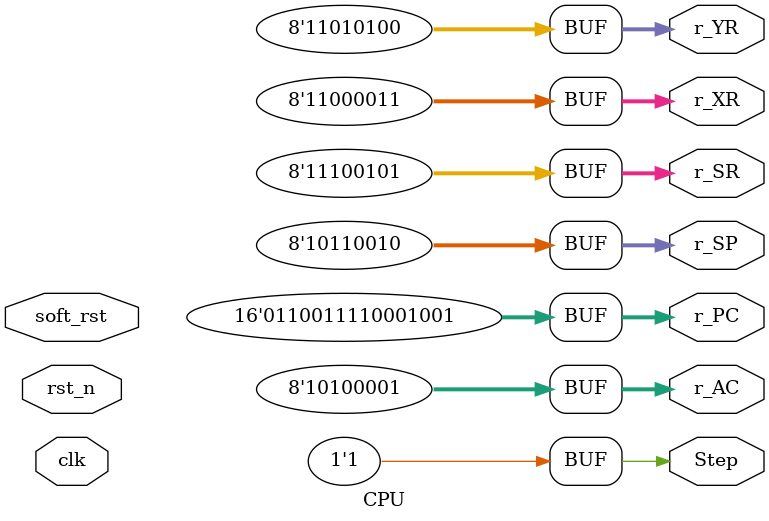
<source format=v>
`timescale 1ns / 1ps
module CPU(
    output [15:0] r_PC,
    output [7:0] r_AC,
    output [7:0] r_SP,
    output [7:0] r_XR,
    output [7:0] r_YR,
    output [7:0] r_SR,
    input clk,
    input rst_n,
    input soft_rst,
    output Step
    );

    assign r_PC = 16'h6789;
    assign r_AC = 8'hA1;
    assign r_SP = 8'hB2;
    assign r_XR = 8'hC3;
    assign r_YR = 8'hD4;
    assign r_SR = 8'hE5;
    assign Step = 1;


endmodule

</source>
